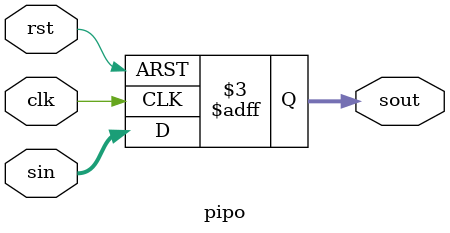
<source format=v>
module pipo(clk,rst,sin,sout);
input clk,rst;
input wire [3:0]sin;
output reg [3:0]sout;

always @(posedge clk or negedge rst) 
begin
if (rst==0) begin
    sout <= 4'b0000;
end
else begin
sout <= sin;
end
end
endmodule

</source>
